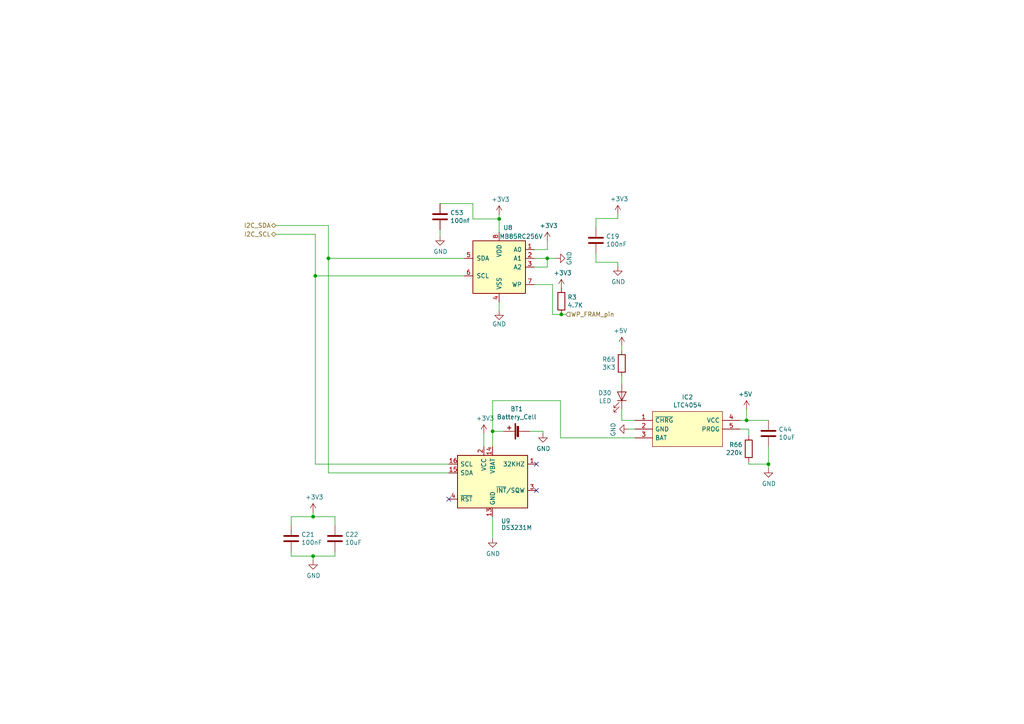
<source format=kicad_sch>
(kicad_sch
	(version 20231120)
	(generator "eeschema")
	(generator_version "8.0")
	(uuid "f115993d-a1ee-41d9-ad2e-7430b1816522")
	(paper "A4")
	(title_block
		(date "2021-04-05")
		(rev "2.3.3.3")
		(company "Evoke Motorcycles")
	)
	(lib_symbols
		(symbol "Device:C"
			(pin_numbers hide)
			(pin_names
				(offset 0.254)
			)
			(exclude_from_sim no)
			(in_bom yes)
			(on_board yes)
			(property "Reference" "C"
				(at 0.635 2.54 0)
				(effects
					(font
						(size 1.27 1.27)
					)
					(justify left)
				)
			)
			(property "Value" "C"
				(at 0.635 -2.54 0)
				(effects
					(font
						(size 1.27 1.27)
					)
					(justify left)
				)
			)
			(property "Footprint" ""
				(at 0.9652 -3.81 0)
				(effects
					(font
						(size 1.27 1.27)
					)
					(hide yes)
				)
			)
			(property "Datasheet" "~"
				(at 0 0 0)
				(effects
					(font
						(size 1.27 1.27)
					)
					(hide yes)
				)
			)
			(property "Description" "Unpolarized capacitor"
				(at 0 0 0)
				(effects
					(font
						(size 1.27 1.27)
					)
					(hide yes)
				)
			)
			(property "ki_keywords" "cap capacitor"
				(at 0 0 0)
				(effects
					(font
						(size 1.27 1.27)
					)
					(hide yes)
				)
			)
			(property "ki_fp_filters" "C_*"
				(at 0 0 0)
				(effects
					(font
						(size 1.27 1.27)
					)
					(hide yes)
				)
			)
			(symbol "C_0_1"
				(polyline
					(pts
						(xy -2.032 -0.762) (xy 2.032 -0.762)
					)
					(stroke
						(width 0.508)
						(type default)
					)
					(fill
						(type none)
					)
				)
				(polyline
					(pts
						(xy -2.032 0.762) (xy 2.032 0.762)
					)
					(stroke
						(width 0.508)
						(type default)
					)
					(fill
						(type none)
					)
				)
			)
			(symbol "C_1_1"
				(pin passive line
					(at 0 3.81 270)
					(length 2.794)
					(name "~"
						(effects
							(font
								(size 1.27 1.27)
							)
						)
					)
					(number "1"
						(effects
							(font
								(size 1.27 1.27)
							)
						)
					)
				)
				(pin passive line
					(at 0 -3.81 90)
					(length 2.794)
					(name "~"
						(effects
							(font
								(size 1.27 1.27)
							)
						)
					)
					(number "2"
						(effects
							(font
								(size 1.27 1.27)
							)
						)
					)
				)
			)
		)
		(symbol "ESP32-CAN-rescue:+3.3V-power"
			(power)
			(pin_names
				(offset 0)
			)
			(exclude_from_sim no)
			(in_bom yes)
			(on_board yes)
			(property "Reference" "#PWR"
				(at 0 -3.81 0)
				(effects
					(font
						(size 1.27 1.27)
					)
					(hide yes)
				)
			)
			(property "Value" "+3.3V-power"
				(at 0 3.556 0)
				(effects
					(font
						(size 1.27 1.27)
					)
				)
			)
			(property "Footprint" ""
				(at 0 0 0)
				(effects
					(font
						(size 1.27 1.27)
					)
					(hide yes)
				)
			)
			(property "Datasheet" ""
				(at 0 0 0)
				(effects
					(font
						(size 1.27 1.27)
					)
					(hide yes)
				)
			)
			(property "Description" ""
				(at 0 0 0)
				(effects
					(font
						(size 1.27 1.27)
					)
					(hide yes)
				)
			)
			(symbol "+3.3V-power_0_1"
				(polyline
					(pts
						(xy -0.762 1.27) (xy 0 2.54)
					)
					(stroke
						(width 0)
						(type solid)
					)
					(fill
						(type none)
					)
				)
				(polyline
					(pts
						(xy 0 0) (xy 0 2.54)
					)
					(stroke
						(width 0)
						(type solid)
					)
					(fill
						(type none)
					)
				)
				(polyline
					(pts
						(xy 0 2.54) (xy 0.762 1.27)
					)
					(stroke
						(width 0)
						(type solid)
					)
					(fill
						(type none)
					)
				)
			)
			(symbol "+3.3V-power_1_1"
				(pin power_in line
					(at 0 0 90)
					(length 0) hide
					(name "+3V3"
						(effects
							(font
								(size 1.27 1.27)
							)
						)
					)
					(number "1"
						(effects
							(font
								(size 1.27 1.27)
							)
						)
					)
				)
			)
		)
		(symbol "ESP32-CAN-rescue:+5V-power"
			(power)
			(pin_names
				(offset 0)
			)
			(exclude_from_sim no)
			(in_bom yes)
			(on_board yes)
			(property "Reference" "#PWR"
				(at 0 -3.81 0)
				(effects
					(font
						(size 1.27 1.27)
					)
					(hide yes)
				)
			)
			(property "Value" "+5V-power"
				(at 0 3.556 0)
				(effects
					(font
						(size 1.27 1.27)
					)
				)
			)
			(property "Footprint" ""
				(at 0 0 0)
				(effects
					(font
						(size 1.27 1.27)
					)
					(hide yes)
				)
			)
			(property "Datasheet" ""
				(at 0 0 0)
				(effects
					(font
						(size 1.27 1.27)
					)
					(hide yes)
				)
			)
			(property "Description" ""
				(at 0 0 0)
				(effects
					(font
						(size 1.27 1.27)
					)
					(hide yes)
				)
			)
			(symbol "+5V-power_0_1"
				(polyline
					(pts
						(xy -0.762 1.27) (xy 0 2.54)
					)
					(stroke
						(width 0)
						(type solid)
					)
					(fill
						(type none)
					)
				)
				(polyline
					(pts
						(xy 0 0) (xy 0 2.54)
					)
					(stroke
						(width 0)
						(type solid)
					)
					(fill
						(type none)
					)
				)
				(polyline
					(pts
						(xy 0 2.54) (xy 0.762 1.27)
					)
					(stroke
						(width 0)
						(type solid)
					)
					(fill
						(type none)
					)
				)
			)
			(symbol "+5V-power_1_1"
				(pin power_in line
					(at 0 0 90)
					(length 0) hide
					(name "+5V"
						(effects
							(font
								(size 1.27 1.27)
							)
						)
					)
					(number "1"
						(effects
							(font
								(size 1.27 1.27)
							)
						)
					)
				)
			)
		)
		(symbol "ESP32-CAN-rescue:Battery_Cell-Device"
			(pin_numbers hide)
			(pin_names
				(offset 0) hide)
			(exclude_from_sim no)
			(in_bom yes)
			(on_board yes)
			(property "Reference" "BT"
				(at 2.54 2.54 0)
				(effects
					(font
						(size 1.27 1.27)
					)
					(justify left)
				)
			)
			(property "Value" "Battery_Cell-Device"
				(at 2.54 0 0)
				(effects
					(font
						(size 1.27 1.27)
					)
					(justify left)
				)
			)
			(property "Footprint" ""
				(at 0 1.524 90)
				(effects
					(font
						(size 1.27 1.27)
					)
					(hide yes)
				)
			)
			(property "Datasheet" ""
				(at 0 1.524 90)
				(effects
					(font
						(size 1.27 1.27)
					)
					(hide yes)
				)
			)
			(property "Description" ""
				(at 0 0 0)
				(effects
					(font
						(size 1.27 1.27)
					)
					(hide yes)
				)
			)
			(symbol "Battery_Cell-Device_0_1"
				(rectangle
					(start -2.286 1.778)
					(end 2.286 1.524)
					(stroke
						(width 0)
						(type solid)
					)
					(fill
						(type outline)
					)
				)
				(rectangle
					(start -1.5748 1.1938)
					(end 1.4732 0.6858)
					(stroke
						(width 0)
						(type solid)
					)
					(fill
						(type outline)
					)
				)
				(polyline
					(pts
						(xy 0 0.762) (xy 0 0)
					)
					(stroke
						(width 0)
						(type solid)
					)
					(fill
						(type none)
					)
				)
				(polyline
					(pts
						(xy 0 1.778) (xy 0 2.54)
					)
					(stroke
						(width 0)
						(type solid)
					)
					(fill
						(type none)
					)
				)
				(polyline
					(pts
						(xy 0.508 3.429) (xy 1.524 3.429)
					)
					(stroke
						(width 0.254)
						(type solid)
					)
					(fill
						(type none)
					)
				)
				(polyline
					(pts
						(xy 1.016 3.937) (xy 1.016 2.921)
					)
					(stroke
						(width 0.254)
						(type solid)
					)
					(fill
						(type none)
					)
				)
			)
			(symbol "Battery_Cell-Device_1_1"
				(pin passive line
					(at 0 5.08 270)
					(length 2.54)
					(name "+"
						(effects
							(font
								(size 1.27 1.27)
							)
						)
					)
					(number "1"
						(effects
							(font
								(size 1.27 1.27)
							)
						)
					)
				)
				(pin passive line
					(at 0 -2.54 90)
					(length 2.54)
					(name "-"
						(effects
							(font
								(size 1.27 1.27)
							)
						)
					)
					(number "2"
						(effects
							(font
								(size 1.27 1.27)
							)
						)
					)
				)
			)
		)
		(symbol "ESP32-CAN-rescue:C-Device"
			(pin_numbers hide)
			(pin_names
				(offset 0.254)
			)
			(exclude_from_sim no)
			(in_bom yes)
			(on_board yes)
			(property "Reference" "C"
				(at 0.635 2.54 0)
				(effects
					(font
						(size 1.27 1.27)
					)
					(justify left)
				)
			)
			(property "Value" "C-Device"
				(at 0.635 -2.54 0)
				(effects
					(font
						(size 1.27 1.27)
					)
					(justify left)
				)
			)
			(property "Footprint" ""
				(at 0.9652 -3.81 0)
				(effects
					(font
						(size 1.27 1.27)
					)
					(hide yes)
				)
			)
			(property "Datasheet" ""
				(at 0 0 0)
				(effects
					(font
						(size 1.27 1.27)
					)
					(hide yes)
				)
			)
			(property "Description" ""
				(at 0 0 0)
				(effects
					(font
						(size 1.27 1.27)
					)
					(hide yes)
				)
			)
			(property "ki_fp_filters" "C_*"
				(at 0 0 0)
				(effects
					(font
						(size 1.27 1.27)
					)
					(hide yes)
				)
			)
			(symbol "C-Device_0_1"
				(polyline
					(pts
						(xy -2.032 -0.762) (xy 2.032 -0.762)
					)
					(stroke
						(width 0.508)
						(type solid)
					)
					(fill
						(type none)
					)
				)
				(polyline
					(pts
						(xy -2.032 0.762) (xy 2.032 0.762)
					)
					(stroke
						(width 0.508)
						(type solid)
					)
					(fill
						(type none)
					)
				)
			)
			(symbol "C-Device_1_1"
				(pin passive line
					(at 0 3.81 270)
					(length 2.794)
					(name "~"
						(effects
							(font
								(size 1.27 1.27)
							)
						)
					)
					(number "1"
						(effects
							(font
								(size 1.27 1.27)
							)
						)
					)
				)
				(pin passive line
					(at 0 -3.81 90)
					(length 2.794)
					(name "~"
						(effects
							(font
								(size 1.27 1.27)
							)
						)
					)
					(number "2"
						(effects
							(font
								(size 1.27 1.27)
							)
						)
					)
				)
			)
		)
		(symbol "ESP32-CAN-rescue:DS3231M-Timer_RTC"
			(pin_names
				(offset 0.762)
			)
			(exclude_from_sim no)
			(in_bom yes)
			(on_board yes)
			(property "Reference" "U"
				(at -7.62 8.89 0)
				(effects
					(font
						(size 1.27 1.27)
					)
					(justify right)
				)
			)
			(property "Value" "DS3231M-Timer_RTC"
				(at 10.16 8.89 0)
				(effects
					(font
						(size 1.27 1.27)
					)
					(justify right)
				)
			)
			(property "Footprint" "Package_SO:SOIC-16W_7.5x10.3mm_P1.27mm"
				(at 0 -15.24 0)
				(effects
					(font
						(size 1.27 1.27)
					)
					(hide yes)
				)
			)
			(property "Datasheet" ""
				(at 6.858 1.27 0)
				(effects
					(font
						(size 1.27 1.27)
					)
					(hide yes)
				)
			)
			(property "Description" ""
				(at 0 0 0)
				(effects
					(font
						(size 1.27 1.27)
					)
					(hide yes)
				)
			)
			(property "ki_fp_filters" "SOIC*7.5x10.3mm*P1.27mm*"
				(at 0 0 0)
				(effects
					(font
						(size 1.27 1.27)
					)
					(hide yes)
				)
			)
			(symbol "DS3231M-Timer_RTC_0_1"
				(rectangle
					(start -10.16 7.62)
					(end 10.16 -7.62)
					(stroke
						(width 0.254)
						(type solid)
					)
					(fill
						(type background)
					)
				)
			)
			(symbol "DS3231M-Timer_RTC_1_1"
				(pin open_collector line
					(at 12.7 5.08 180)
					(length 2.54)
					(name "32KHZ"
						(effects
							(font
								(size 1.27 1.27)
							)
						)
					)
					(number "1"
						(effects
							(font
								(size 1.27 1.27)
							)
						)
					)
				)
				(pin passive line
					(at 0 -10.16 90)
					(length 2.54) hide
					(name "GND"
						(effects
							(font
								(size 1.27 1.27)
							)
						)
					)
					(number "10"
						(effects
							(font
								(size 1.27 1.27)
							)
						)
					)
				)
				(pin passive line
					(at 0 -10.16 90)
					(length 2.54) hide
					(name "GND"
						(effects
							(font
								(size 1.27 1.27)
							)
						)
					)
					(number "11"
						(effects
							(font
								(size 1.27 1.27)
							)
						)
					)
				)
				(pin passive line
					(at 0 -10.16 90)
					(length 2.54) hide
					(name "GND"
						(effects
							(font
								(size 1.27 1.27)
							)
						)
					)
					(number "12"
						(effects
							(font
								(size 1.27 1.27)
							)
						)
					)
				)
				(pin power_in line
					(at 0 -10.16 90)
					(length 2.54)
					(name "GND"
						(effects
							(font
								(size 1.27 1.27)
							)
						)
					)
					(number "13"
						(effects
							(font
								(size 1.27 1.27)
							)
						)
					)
				)
				(pin power_in line
					(at 0 10.16 270)
					(length 2.54)
					(name "VBAT"
						(effects
							(font
								(size 1.27 1.27)
							)
						)
					)
					(number "14"
						(effects
							(font
								(size 1.27 1.27)
							)
						)
					)
				)
				(pin bidirectional line
					(at -12.7 2.54 0)
					(length 2.54)
					(name "SDA"
						(effects
							(font
								(size 1.27 1.27)
							)
						)
					)
					(number "15"
						(effects
							(font
								(size 1.27 1.27)
							)
						)
					)
				)
				(pin input line
					(at -12.7 5.08 0)
					(length 2.54)
					(name "SCL"
						(effects
							(font
								(size 1.27 1.27)
							)
						)
					)
					(number "16"
						(effects
							(font
								(size 1.27 1.27)
							)
						)
					)
				)
				(pin power_in line
					(at -2.54 10.16 270)
					(length 2.54)
					(name "VCC"
						(effects
							(font
								(size 1.27 1.27)
							)
						)
					)
					(number "2"
						(effects
							(font
								(size 1.27 1.27)
							)
						)
					)
				)
				(pin open_collector line
					(at 12.7 -2.54 180)
					(length 2.54)
					(name "~{INT}/SQW"
						(effects
							(font
								(size 1.27 1.27)
							)
						)
					)
					(number "3"
						(effects
							(font
								(size 1.27 1.27)
							)
						)
					)
				)
				(pin bidirectional line
					(at -12.7 -5.08 0)
					(length 2.54)
					(name "~{RST}"
						(effects
							(font
								(size 1.27 1.27)
							)
						)
					)
					(number "4"
						(effects
							(font
								(size 1.27 1.27)
							)
						)
					)
				)
				(pin passive line
					(at 0 -10.16 90)
					(length 2.54) hide
					(name "GND"
						(effects
							(font
								(size 1.27 1.27)
							)
						)
					)
					(number "5"
						(effects
							(font
								(size 1.27 1.27)
							)
						)
					)
				)
				(pin passive line
					(at 0 -10.16 90)
					(length 2.54) hide
					(name "GND"
						(effects
							(font
								(size 1.27 1.27)
							)
						)
					)
					(number "6"
						(effects
							(font
								(size 1.27 1.27)
							)
						)
					)
				)
				(pin passive line
					(at 0 -10.16 90)
					(length 2.54) hide
					(name "GND"
						(effects
							(font
								(size 1.27 1.27)
							)
						)
					)
					(number "7"
						(effects
							(font
								(size 1.27 1.27)
							)
						)
					)
				)
				(pin passive line
					(at 0 -10.16 90)
					(length 2.54) hide
					(name "GND"
						(effects
							(font
								(size 1.27 1.27)
							)
						)
					)
					(number "8"
						(effects
							(font
								(size 1.27 1.27)
							)
						)
					)
				)
				(pin passive line
					(at 0 -10.16 90)
					(length 2.54) hide
					(name "GND"
						(effects
							(font
								(size 1.27 1.27)
							)
						)
					)
					(number "9"
						(effects
							(font
								(size 1.27 1.27)
							)
						)
					)
				)
			)
		)
		(symbol "ESP32-CAN-rescue:FM24C64B-Memory_NVRAM"
			(pin_names
				(offset 1.016)
			)
			(exclude_from_sim no)
			(in_bom yes)
			(on_board yes)
			(property "Reference" "U"
				(at -5.08 8.89 0)
				(effects
					(font
						(size 1.27 1.27)
					)
				)
			)
			(property "Value" "FM24C64B-Memory_NVRAM"
				(at 6.35 -8.89 0)
				(effects
					(font
						(size 1.27 1.27)
					)
				)
			)
			(property "Footprint" "Package_SO:SOIC-8_3.9x4.9mm_P1.27mm"
				(at 0 0 0)
				(effects
					(font
						(size 1.27 1.27)
					)
					(hide yes)
				)
			)
			(property "Datasheet" ""
				(at -5.08 8.89 0)
				(effects
					(font
						(size 1.27 1.27)
					)
					(hide yes)
				)
			)
			(property "Description" ""
				(at 0 0 0)
				(effects
					(font
						(size 1.27 1.27)
					)
					(hide yes)
				)
			)
			(property "ki_fp_filters" "SOIC*3.9x4.9mm*P1.27mm*"
				(at 0 0 0)
				(effects
					(font
						(size 1.27 1.27)
					)
					(hide yes)
				)
			)
			(symbol "FM24C64B-Memory_NVRAM_0_1"
				(rectangle
					(start -7.62 7.62)
					(end 7.62 -7.62)
					(stroke
						(width 0.254)
						(type solid)
					)
					(fill
						(type background)
					)
				)
			)
			(symbol "FM24C64B-Memory_NVRAM_1_1"
				(pin input line
					(at -10.16 5.08 0)
					(length 2.54)
					(name "A0"
						(effects
							(font
								(size 1.27 1.27)
							)
						)
					)
					(number "1"
						(effects
							(font
								(size 1.27 1.27)
							)
						)
					)
				)
				(pin input line
					(at -10.16 2.54 0)
					(length 2.54)
					(name "A1"
						(effects
							(font
								(size 1.27 1.27)
							)
						)
					)
					(number "2"
						(effects
							(font
								(size 1.27 1.27)
							)
						)
					)
				)
				(pin input line
					(at -10.16 0 0)
					(length 2.54)
					(name "A2"
						(effects
							(font
								(size 1.27 1.27)
							)
						)
					)
					(number "3"
						(effects
							(font
								(size 1.27 1.27)
							)
						)
					)
				)
				(pin power_in line
					(at 0 -10.16 90)
					(length 2.54)
					(name "VSS"
						(effects
							(font
								(size 1.27 1.27)
							)
						)
					)
					(number "4"
						(effects
							(font
								(size 1.27 1.27)
							)
						)
					)
				)
				(pin bidirectional line
					(at 10.16 2.54 180)
					(length 2.54)
					(name "SDA"
						(effects
							(font
								(size 1.27 1.27)
							)
						)
					)
					(number "5"
						(effects
							(font
								(size 1.27 1.27)
							)
						)
					)
				)
				(pin input line
					(at 10.16 -2.54 180)
					(length 2.54)
					(name "SCL"
						(effects
							(font
								(size 1.27 1.27)
							)
						)
					)
					(number "6"
						(effects
							(font
								(size 1.27 1.27)
							)
						)
					)
				)
				(pin input line
					(at -10.16 -5.08 0)
					(length 2.54)
					(name "WP"
						(effects
							(font
								(size 1.27 1.27)
							)
						)
					)
					(number "7"
						(effects
							(font
								(size 1.27 1.27)
							)
						)
					)
				)
				(pin power_in line
					(at 0 10.16 270)
					(length 2.54)
					(name "VDD"
						(effects
							(font
								(size 1.27 1.27)
							)
						)
					)
					(number "8"
						(effects
							(font
								(size 1.27 1.27)
							)
						)
					)
				)
			)
		)
		(symbol "ESP32-CAN-rescue:GND-power"
			(power)
			(pin_names
				(offset 0)
			)
			(exclude_from_sim no)
			(in_bom yes)
			(on_board yes)
			(property "Reference" "#PWR"
				(at 0 -6.35 0)
				(effects
					(font
						(size 1.27 1.27)
					)
					(hide yes)
				)
			)
			(property "Value" "GND-power"
				(at 0 -3.81 0)
				(effects
					(font
						(size 1.27 1.27)
					)
				)
			)
			(property "Footprint" ""
				(at 0 0 0)
				(effects
					(font
						(size 1.27 1.27)
					)
					(hide yes)
				)
			)
			(property "Datasheet" ""
				(at 0 0 0)
				(effects
					(font
						(size 1.27 1.27)
					)
					(hide yes)
				)
			)
			(property "Description" ""
				(at 0 0 0)
				(effects
					(font
						(size 1.27 1.27)
					)
					(hide yes)
				)
			)
			(symbol "GND-power_0_1"
				(polyline
					(pts
						(xy 0 0) (xy 0 -1.27) (xy 1.27 -1.27) (xy 0 -2.54) (xy -1.27 -1.27) (xy 0 -1.27)
					)
					(stroke
						(width 0)
						(type solid)
					)
					(fill
						(type none)
					)
				)
			)
			(symbol "GND-power_1_1"
				(pin power_in line
					(at 0 0 270)
					(length 0) hide
					(name "GND"
						(effects
							(font
								(size 1.27 1.27)
							)
						)
					)
					(number "1"
						(effects
							(font
								(size 1.27 1.27)
							)
						)
					)
				)
			)
		)
		(symbol "ESP32-CAN-rescue:LED-Device"
			(pin_numbers hide)
			(pin_names
				(offset 1.016) hide)
			(exclude_from_sim no)
			(in_bom yes)
			(on_board yes)
			(property "Reference" "D"
				(at 0 2.54 0)
				(effects
					(font
						(size 1.27 1.27)
					)
				)
			)
			(property "Value" "LED-Device"
				(at 0 -2.54 0)
				(effects
					(font
						(size 1.27 1.27)
					)
				)
			)
			(property "Footprint" ""
				(at 0 0 0)
				(effects
					(font
						(size 1.27 1.27)
					)
					(hide yes)
				)
			)
			(property "Datasheet" ""
				(at 0 0 0)
				(effects
					(font
						(size 1.27 1.27)
					)
					(hide yes)
				)
			)
			(property "Description" ""
				(at 0 0 0)
				(effects
					(font
						(size 1.27 1.27)
					)
					(hide yes)
				)
			)
			(property "ki_fp_filters" "LED* LED_SMD:* LED_THT:*"
				(at 0 0 0)
				(effects
					(font
						(size 1.27 1.27)
					)
					(hide yes)
				)
			)
			(symbol "LED-Device_0_1"
				(polyline
					(pts
						(xy -1.27 -1.27) (xy -1.27 1.27)
					)
					(stroke
						(width 0.2032)
						(type solid)
					)
					(fill
						(type none)
					)
				)
				(polyline
					(pts
						(xy -1.27 0) (xy 1.27 0)
					)
					(stroke
						(width 0)
						(type solid)
					)
					(fill
						(type none)
					)
				)
				(polyline
					(pts
						(xy 1.27 -1.27) (xy 1.27 1.27) (xy -1.27 0) (xy 1.27 -1.27)
					)
					(stroke
						(width 0.2032)
						(type solid)
					)
					(fill
						(type none)
					)
				)
				(polyline
					(pts
						(xy -3.048 -0.762) (xy -4.572 -2.286) (xy -3.81 -2.286) (xy -4.572 -2.286) (xy -4.572 -1.524)
					)
					(stroke
						(width 0)
						(type solid)
					)
					(fill
						(type none)
					)
				)
				(polyline
					(pts
						(xy -1.778 -0.762) (xy -3.302 -2.286) (xy -2.54 -2.286) (xy -3.302 -2.286) (xy -3.302 -1.524)
					)
					(stroke
						(width 0)
						(type solid)
					)
					(fill
						(type none)
					)
				)
			)
			(symbol "LED-Device_1_1"
				(pin passive line
					(at -3.81 0 0)
					(length 2.54)
					(name "K"
						(effects
							(font
								(size 1.27 1.27)
							)
						)
					)
					(number "1"
						(effects
							(font
								(size 1.27 1.27)
							)
						)
					)
				)
				(pin passive line
					(at 3.81 0 180)
					(length 2.54)
					(name "A"
						(effects
							(font
								(size 1.27 1.27)
							)
						)
					)
					(number "2"
						(effects
							(font
								(size 1.27 1.27)
							)
						)
					)
				)
			)
		)
		(symbol "ESP32-CAN-rescue:R-Device"
			(pin_numbers hide)
			(pin_names
				(offset 0)
			)
			(exclude_from_sim no)
			(in_bom yes)
			(on_board yes)
			(property "Reference" "R"
				(at 2.032 0 90)
				(effects
					(font
						(size 1.27 1.27)
					)
				)
			)
			(property "Value" "R-Device"
				(at 0 0 90)
				(effects
					(font
						(size 1.27 1.27)
					)
				)
			)
			(property "Footprint" ""
				(at -1.778 0 90)
				(effects
					(font
						(size 1.27 1.27)
					)
					(hide yes)
				)
			)
			(property "Datasheet" ""
				(at 0 0 0)
				(effects
					(font
						(size 1.27 1.27)
					)
					(hide yes)
				)
			)
			(property "Description" ""
				(at 0 0 0)
				(effects
					(font
						(size 1.27 1.27)
					)
					(hide yes)
				)
			)
			(property "ki_fp_filters" "R_*"
				(at 0 0 0)
				(effects
					(font
						(size 1.27 1.27)
					)
					(hide yes)
				)
			)
			(symbol "R-Device_0_1"
				(rectangle
					(start -1.016 -2.54)
					(end 1.016 2.54)
					(stroke
						(width 0.254)
						(type solid)
					)
					(fill
						(type none)
					)
				)
			)
			(symbol "R-Device_1_1"
				(pin passive line
					(at 0 3.81 270)
					(length 1.27)
					(name "~"
						(effects
							(font
								(size 1.27 1.27)
							)
						)
					)
					(number "1"
						(effects
							(font
								(size 1.27 1.27)
							)
						)
					)
				)
				(pin passive line
					(at 0 -3.81 90)
					(length 1.27)
					(name "~"
						(effects
							(font
								(size 1.27 1.27)
							)
						)
					)
					(number "2"
						(effects
							(font
								(size 1.27 1.27)
							)
						)
					)
				)
			)
		)
		(symbol "TP4054-42-SOT25-R:TP4054-42-SOT25-R"
			(pin_names
				(offset 0.762)
			)
			(exclude_from_sim no)
			(in_bom yes)
			(on_board yes)
			(property "Reference" "IC"
				(at 26.67 7.62 0)
				(effects
					(font
						(size 1.27 1.27)
					)
					(justify left)
				)
			)
			(property "Value" "TP4054-42-SOT25-R"
				(at 26.67 5.08 0)
				(effects
					(font
						(size 1.27 1.27)
					)
					(justify left)
				)
			)
			(property "Footprint" "SOT95P280X100-5N"
				(at 26.67 2.54 0)
				(effects
					(font
						(size 1.27 1.27)
					)
					(justify left)
					(hide yes)
				)
			)
			(property "Datasheet" "http://images.100y.com.tw/pdf_file/38-TP-TP4054x.pdf"
				(at 26.67 0 0)
				(effects
					(font
						(size 1.27 1.27)
					)
					(justify left)
					(hide yes)
				)
			)
			(property "Description" "Standalone Linear Li-ion Battery Charger with Thermal Regulation, SOT-23-5"
				(at 26.67 -2.54 0)
				(effects
					(font
						(size 1.27 1.27)
					)
					(justify left)
					(hide yes)
				)
			)
			(property "Height" "1"
				(at 26.67 -5.08 0)
				(effects
					(font
						(size 1.27 1.27)
					)
					(justify left)
					(hide yes)
				)
			)
			(property "Manufacturer_Name" "TOP POWER"
				(at 26.67 -7.62 0)
				(effects
					(font
						(size 1.27 1.27)
					)
					(justify left)
					(hide yes)
				)
			)
			(property "Manufacturer_Part_Number" "TP4054-42-SOT25-R"
				(at 26.67 -10.16 0)
				(effects
					(font
						(size 1.27 1.27)
					)
					(justify left)
					(hide yes)
				)
			)
			(symbol "TP4054-42-SOT25-R_0_0"
				(pin passive line
					(at 0 0 0)
					(length 5.08)
					(name "~{CHRG}"
						(effects
							(font
								(size 1.27 1.27)
							)
						)
					)
					(number "1"
						(effects
							(font
								(size 1.27 1.27)
							)
						)
					)
				)
				(pin passive line
					(at 0 -2.54 0)
					(length 5.08)
					(name "GND"
						(effects
							(font
								(size 1.27 1.27)
							)
						)
					)
					(number "2"
						(effects
							(font
								(size 1.27 1.27)
							)
						)
					)
				)
				(pin passive line
					(at 0 -5.08 0)
					(length 5.08)
					(name "BAT"
						(effects
							(font
								(size 1.27 1.27)
							)
						)
					)
					(number "3"
						(effects
							(font
								(size 1.27 1.27)
							)
						)
					)
				)
				(pin passive line
					(at 30.48 0 180)
					(length 5.08)
					(name "VCC"
						(effects
							(font
								(size 1.27 1.27)
							)
						)
					)
					(number "4"
						(effects
							(font
								(size 1.27 1.27)
							)
						)
					)
				)
				(pin passive line
					(at 30.48 -2.54 180)
					(length 5.08)
					(name "PROG"
						(effects
							(font
								(size 1.27 1.27)
							)
						)
					)
					(number "5"
						(effects
							(font
								(size 1.27 1.27)
							)
						)
					)
				)
			)
			(symbol "TP4054-42-SOT25-R_0_1"
				(polyline
					(pts
						(xy 5.08 2.54) (xy 25.4 2.54) (xy 25.4 -7.62) (xy 5.08 -7.62) (xy 5.08 2.54)
					)
					(stroke
						(width 0.1524)
						(type solid)
					)
					(fill
						(type background)
					)
				)
			)
		)
		(symbol "power:GND"
			(power)
			(pin_names
				(offset 0)
			)
			(exclude_from_sim no)
			(in_bom yes)
			(on_board yes)
			(property "Reference" "#PWR"
				(at 0 -6.35 0)
				(effects
					(font
						(size 1.27 1.27)
					)
					(hide yes)
				)
			)
			(property "Value" "GND"
				(at 0 -3.81 0)
				(effects
					(font
						(size 1.27 1.27)
					)
				)
			)
			(property "Footprint" ""
				(at 0 0 0)
				(effects
					(font
						(size 1.27 1.27)
					)
					(hide yes)
				)
			)
			(property "Datasheet" ""
				(at 0 0 0)
				(effects
					(font
						(size 1.27 1.27)
					)
					(hide yes)
				)
			)
			(property "Description" "Power symbol creates a global label with name \"GND\" , ground"
				(at 0 0 0)
				(effects
					(font
						(size 1.27 1.27)
					)
					(hide yes)
				)
			)
			(property "ki_keywords" "global power"
				(at 0 0 0)
				(effects
					(font
						(size 1.27 1.27)
					)
					(hide yes)
				)
			)
			(symbol "GND_0_1"
				(polyline
					(pts
						(xy 0 0) (xy 0 -1.27) (xy 1.27 -1.27) (xy 0 -2.54) (xy -1.27 -1.27) (xy 0 -1.27)
					)
					(stroke
						(width 0)
						(type default)
					)
					(fill
						(type none)
					)
				)
			)
			(symbol "GND_1_1"
				(pin power_in line
					(at 0 0 270)
					(length 0) hide
					(name "GND"
						(effects
							(font
								(size 1.27 1.27)
							)
						)
					)
					(number "1"
						(effects
							(font
								(size 1.27 1.27)
							)
						)
					)
				)
			)
		)
	)
	(junction
		(at 95.25 74.93)
		(diameter 0)
		(color 0 0 0 0)
		(uuid "1f45d3ca-eb3a-4b64-9867-0a73e18a95ed")
	)
	(junction
		(at 144.78 63.5)
		(diameter 0)
		(color 0 0 0 0)
		(uuid "3af29cc8-dba7-4f32-bc7c-b42e162fb971")
	)
	(junction
		(at 90.805 149.86)
		(diameter 0)
		(color 0 0 0 0)
		(uuid "423088ad-a800-499b-b5a8-594f331c90e2")
	)
	(junction
		(at 158.75 74.93)
		(diameter 0)
		(color 0 0 0 0)
		(uuid "824874de-1c14-4a44-bd17-878e3e7e8b0a")
	)
	(junction
		(at 142.875 125.095)
		(diameter 0)
		(color 0 0 0 0)
		(uuid "949c6fbe-3cb1-4625-a2fb-2768d3d49d88")
	)
	(junction
		(at 222.885 134.62)
		(diameter 0)
		(color 0 0 0 0)
		(uuid "cb1721b5-1d54-49f3-8ad6-93542701988b")
	)
	(junction
		(at 90.805 161.29)
		(diameter 0)
		(color 0 0 0 0)
		(uuid "cc52259a-32b6-4083-ba0a-c2ccd8d5d145")
	)
	(junction
		(at 216.535 121.92)
		(diameter 0)
		(color 0 0 0 0)
		(uuid "e2fc4063-7e43-41db-9e08-4a76030dd786")
	)
	(junction
		(at 91.44 80.01)
		(diameter 0)
		(color 0 0 0 0)
		(uuid "e428b0c0-7a75-4ff3-949c-01fdd194751b")
	)
	(junction
		(at 162.814 91.186)
		(diameter 0)
		(color 0 0 0 0)
		(uuid "e597b71c-9a69-4605-a646-1cc074265e6c")
	)
	(no_connect
		(at 130.175 144.78)
		(uuid "719f880e-1931-49c4-a346-00120829683f")
	)
	(no_connect
		(at 155.575 134.62)
		(uuid "8a994d5c-717b-4208-96af-f45d522f8ba8")
	)
	(no_connect
		(at 155.575 142.24)
		(uuid "af13fd51-f450-4324-ad2f-02e723994b09")
	)
	(wire
		(pts
			(xy 80.01 67.945) (xy 91.44 67.945)
		)
		(stroke
			(width 0)
			(type default)
		)
		(uuid "0247f9d6-c9d4-4cc3-8734-306d18dfb060")
	)
	(wire
		(pts
			(xy 142.875 125.095) (xy 142.875 116.205)
		)
		(stroke
			(width 0)
			(type default)
		)
		(uuid "049517f3-b0ee-484e-8d77-df2eb501a54f")
	)
	(wire
		(pts
			(xy 142.875 156.21) (xy 142.875 149.86)
		)
		(stroke
			(width 0)
			(type default)
		)
		(uuid "06ef7154-e2c6-4666-b839-f6a288bafda1")
	)
	(wire
		(pts
			(xy 153.67 125.095) (xy 157.48 125.095)
		)
		(stroke
			(width 0)
			(type default)
		)
		(uuid "0ecc946e-31fa-4298-831a-0a7a3ef5ee50")
	)
	(wire
		(pts
			(xy 216.535 121.92) (xy 214.63 121.92)
		)
		(stroke
			(width 0)
			(type default)
		)
		(uuid "15cd2fc8-7d0c-41f6-919c-61fa6b54ad62")
	)
	(wire
		(pts
			(xy 95.25 74.93) (xy 95.25 137.16)
		)
		(stroke
			(width 0)
			(type default)
		)
		(uuid "16e60c6c-b76a-4115-83a0-6dfc6548140f")
	)
	(wire
		(pts
			(xy 222.885 134.62) (xy 222.885 129.54)
		)
		(stroke
			(width 0)
			(type default)
		)
		(uuid "18785e8d-f674-472b-acea-bea24e7f6045")
	)
	(wire
		(pts
			(xy 144.78 63.5) (xy 137.16 63.5)
		)
		(stroke
			(width 0)
			(type default)
		)
		(uuid "1c0b766b-b753-4ba7-bfde-81931bf7debe")
	)
	(wire
		(pts
			(xy 154.94 74.93) (xy 158.75 74.93)
		)
		(stroke
			(width 0)
			(type default)
		)
		(uuid "1f665529-9b9c-4118-97d0-3b1fbc3cd4a9")
	)
	(wire
		(pts
			(xy 91.44 134.62) (xy 130.175 134.62)
		)
		(stroke
			(width 0)
			(type default)
		)
		(uuid "21fe402c-420f-4893-b34a-b2bbbb4f4c4b")
	)
	(wire
		(pts
			(xy 180.34 100.33) (xy 180.34 101.6)
		)
		(stroke
			(width 0)
			(type default)
		)
		(uuid "247ca0b9-8d59-497e-828d-0b007ca11ce7")
	)
	(wire
		(pts
			(xy 217.17 126.365) (xy 217.17 124.46)
		)
		(stroke
			(width 0)
			(type default)
		)
		(uuid "27404378-c935-4116-9930-9e40a98b85c8")
	)
	(wire
		(pts
			(xy 217.17 124.46) (xy 214.63 124.46)
		)
		(stroke
			(width 0)
			(type default)
		)
		(uuid "299ad5c3-534a-4624-80fb-0648966a661d")
	)
	(wire
		(pts
			(xy 97.155 160.02) (xy 97.155 161.29)
		)
		(stroke
			(width 0)
			(type default)
		)
		(uuid "2be1812d-a3bb-4b19-88a8-63f09786a2ba")
	)
	(wire
		(pts
			(xy 160.274 82.55) (xy 160.274 91.186)
		)
		(stroke
			(width 0)
			(type default)
		)
		(uuid "30e03a86-cf35-45ca-b09b-ed0339227369")
	)
	(wire
		(pts
			(xy 95.25 65.405) (xy 80.01 65.405)
		)
		(stroke
			(width 0)
			(type default)
		)
		(uuid "325492a6-d9aa-4a23-9a2a-df1f111d9644")
	)
	(wire
		(pts
			(xy 84.455 152.4) (xy 84.455 149.86)
		)
		(stroke
			(width 0)
			(type default)
		)
		(uuid "32f1942a-ee7e-47dd-8273-06bf919fb988")
	)
	(wire
		(pts
			(xy 222.885 135.89) (xy 222.885 134.62)
		)
		(stroke
			(width 0)
			(type default)
		)
		(uuid "3a661ef5-5770-4c22-9404-2ad82ac636c2")
	)
	(wire
		(pts
			(xy 146.05 125.095) (xy 142.875 125.095)
		)
		(stroke
			(width 0)
			(type default)
		)
		(uuid "3e0cedef-d875-47c1-a93e-2a38fe797cc4")
	)
	(wire
		(pts
			(xy 162.814 91.186) (xy 164.084 91.186)
		)
		(stroke
			(width 0)
			(type default)
		)
		(uuid "417e9991-04a7-42a5-87d8-a3ff8cbc454e")
	)
	(wire
		(pts
			(xy 161.29 74.93) (xy 158.75 74.93)
		)
		(stroke
			(width 0)
			(type default)
		)
		(uuid "48141e8a-1705-4328-8bb9-2db5dfa44bdb")
	)
	(wire
		(pts
			(xy 142.875 116.205) (xy 162.56 116.205)
		)
		(stroke
			(width 0)
			(type default)
		)
		(uuid "49145717-f381-4fb1-a7db-31943aa4564d")
	)
	(wire
		(pts
			(xy 180.34 118.745) (xy 180.34 121.92)
		)
		(stroke
			(width 0)
			(type default)
		)
		(uuid "4eeb30ab-51c0-43cc-b720-91feaaab1c21")
	)
	(wire
		(pts
			(xy 217.17 134.62) (xy 217.17 133.985)
		)
		(stroke
			(width 0)
			(type default)
		)
		(uuid "53d694a9-bfc7-4d0b-8ca4-2563bf78ee06")
	)
	(wire
		(pts
			(xy 127.635 66.675) (xy 127.635 68.58)
		)
		(stroke
			(width 0)
			(type default)
		)
		(uuid "5a9bbfd0-5e4a-41dd-ba14-67d7c058bc86")
	)
	(wire
		(pts
			(xy 179.197 62.103) (xy 179.197 63.373)
		)
		(stroke
			(width 0)
			(type default)
		)
		(uuid "5f0793bd-5b99-4fe4-917b-e11725a6f686")
	)
	(wire
		(pts
			(xy 90.805 161.29) (xy 84.455 161.29)
		)
		(stroke
			(width 0)
			(type default)
		)
		(uuid "60ba58ad-2cee-47fa-bfc4-1421ddf847ed")
	)
	(wire
		(pts
			(xy 179.197 76.073) (xy 172.847 76.073)
		)
		(stroke
			(width 0)
			(type default)
		)
		(uuid "618aac6b-263c-4cfe-ba82-7556a8343cac")
	)
	(wire
		(pts
			(xy 180.34 109.22) (xy 180.34 111.125)
		)
		(stroke
			(width 0)
			(type default)
		)
		(uuid "6fd3ad66-364b-4d30-b6f3-5b2af525028e")
	)
	(wire
		(pts
			(xy 179.197 77.343) (xy 179.197 76.073)
		)
		(stroke
			(width 0)
			(type default)
		)
		(uuid "71243b87-9b86-41f5-9ed7-a4e9195d153e")
	)
	(wire
		(pts
			(xy 90.805 148.59) (xy 90.805 149.86)
		)
		(stroke
			(width 0)
			(type default)
		)
		(uuid "75c19e81-61f9-4707-822d-57625a4a49c3")
	)
	(wire
		(pts
			(xy 90.805 162.56) (xy 90.805 161.29)
		)
		(stroke
			(width 0)
			(type default)
		)
		(uuid "7c4a4d3d-b60d-420b-a2f3-6f3ce261c0a1")
	)
	(wire
		(pts
			(xy 84.455 161.29) (xy 84.455 160.02)
		)
		(stroke
			(width 0)
			(type default)
		)
		(uuid "8319d6cc-1a92-4aa9-becf-78988baa038b")
	)
	(wire
		(pts
			(xy 144.78 90.17) (xy 144.78 87.63)
		)
		(stroke
			(width 0)
			(type default)
		)
		(uuid "83aeb68e-6ea6-4a79-811a-055a8e4bf324")
	)
	(wire
		(pts
			(xy 91.44 134.62) (xy 91.44 80.01)
		)
		(stroke
			(width 0)
			(type default)
		)
		(uuid "84c3a043-6aea-442d-a33a-8758a5fd12d0")
	)
	(wire
		(pts
			(xy 216.535 118.745) (xy 216.535 121.92)
		)
		(stroke
			(width 0)
			(type default)
		)
		(uuid "85aa8669-4e0d-44fa-9883-22fd071eeae4")
	)
	(wire
		(pts
			(xy 137.16 59.055) (xy 127.635 59.055)
		)
		(stroke
			(width 0)
			(type default)
		)
		(uuid "87800880-4f94-4a65-85eb-2387946f546e")
	)
	(wire
		(pts
			(xy 90.805 149.86) (xy 97.155 149.86)
		)
		(stroke
			(width 0)
			(type default)
		)
		(uuid "8b1ac9da-44d1-47fd-a480-3165afe567e6")
	)
	(wire
		(pts
			(xy 158.75 74.93) (xy 158.75 77.47)
		)
		(stroke
			(width 0)
			(type default)
		)
		(uuid "8d0ce914-9a27-443b-abb5-6697105ada7c")
	)
	(wire
		(pts
			(xy 95.25 137.16) (xy 130.175 137.16)
		)
		(stroke
			(width 0)
			(type default)
		)
		(uuid "95026651-aa9d-4e9b-b62d-ba7108236b95")
	)
	(wire
		(pts
			(xy 158.75 77.47) (xy 154.94 77.47)
		)
		(stroke
			(width 0)
			(type default)
		)
		(uuid "982535e3-759a-4955-a038-8f1dc8fbd605")
	)
	(wire
		(pts
			(xy 91.44 80.01) (xy 134.62 80.01)
		)
		(stroke
			(width 0)
			(type default)
		)
		(uuid "9dcfb5e2-338b-4378-8994-b1fda83470f9")
	)
	(wire
		(pts
			(xy 160.274 91.186) (xy 162.814 91.186)
		)
		(stroke
			(width 0)
			(type default)
		)
		(uuid "9fd4a75b-6df8-40b9-9357-73a97fb140e9")
	)
	(wire
		(pts
			(xy 137.16 63.5) (xy 137.16 59.055)
		)
		(stroke
			(width 0)
			(type default)
		)
		(uuid "a471ac8b-6e89-4f10-b8ed-25624e910c06")
	)
	(wire
		(pts
			(xy 162.56 116.205) (xy 162.56 127)
		)
		(stroke
			(width 0)
			(type default)
		)
		(uuid "a5062a2f-d34e-4d95-8f85-da276f934ad8")
	)
	(wire
		(pts
			(xy 172.847 63.373) (xy 179.197 63.373)
		)
		(stroke
			(width 0)
			(type default)
		)
		(uuid "a5539fac-133b-4133-bcba-2a4bd2ce2830")
	)
	(wire
		(pts
			(xy 144.78 63.5) (xy 144.78 67.31)
		)
		(stroke
			(width 0)
			(type default)
		)
		(uuid "a793a97d-4246-4d99-9840-e7d680599df5")
	)
	(wire
		(pts
			(xy 140.335 125.73) (xy 140.335 129.54)
		)
		(stroke
			(width 0)
			(type default)
		)
		(uuid "abe82b9d-bc70-4ce4-bcaf-3bf0f20872a1")
	)
	(wire
		(pts
			(xy 91.44 67.945) (xy 91.44 80.01)
		)
		(stroke
			(width 0)
			(type default)
		)
		(uuid "ae1f391d-61ac-4e60-b24b-8c5a8070c52d")
	)
	(wire
		(pts
			(xy 134.62 74.93) (xy 95.25 74.93)
		)
		(stroke
			(width 0)
			(type default)
		)
		(uuid "b47e5297-ff26-4ee3-b0c7-1b8bbff860d9")
	)
	(wire
		(pts
			(xy 97.155 161.29) (xy 90.805 161.29)
		)
		(stroke
			(width 0)
			(type default)
		)
		(uuid "bf6c83b6-b571-40d1-b43d-059cbd42d096")
	)
	(wire
		(pts
			(xy 184.15 121.92) (xy 180.34 121.92)
		)
		(stroke
			(width 0)
			(type default)
		)
		(uuid "c20fb4d6-42f4-4e8f-b003-a7fad5c4f1c3")
	)
	(wire
		(pts
			(xy 142.875 129.54) (xy 142.875 125.095)
		)
		(stroke
			(width 0)
			(type default)
		)
		(uuid "c26b184f-c79e-4401-859e-bb6b5240acae")
	)
	(wire
		(pts
			(xy 95.25 65.405) (xy 95.25 74.93)
		)
		(stroke
			(width 0)
			(type default)
		)
		(uuid "c36586ea-49cd-4170-a562-1bde5545719a")
	)
	(wire
		(pts
			(xy 222.885 134.62) (xy 217.17 134.62)
		)
		(stroke
			(width 0)
			(type default)
		)
		(uuid "ca0c09b7-ac7f-48d6-9e0a-b0b6eeaabcee")
	)
	(wire
		(pts
			(xy 157.48 125.095) (xy 157.48 125.73)
		)
		(stroke
			(width 0)
			(type default)
		)
		(uuid "cc0b3d88-a4e5-4787-a57f-3e841f387112")
	)
	(wire
		(pts
			(xy 172.847 65.913) (xy 172.847 63.373)
		)
		(stroke
			(width 0)
			(type default)
		)
		(uuid "cd751af5-ee35-4285-855a-20fedb24aeb4")
	)
	(wire
		(pts
			(xy 172.847 76.073) (xy 172.847 73.533)
		)
		(stroke
			(width 0)
			(type default)
		)
		(uuid "d0f77a79-ef34-4b1d-b880-75c191342ac8")
	)
	(wire
		(pts
			(xy 154.94 72.39) (xy 158.75 72.39)
		)
		(stroke
			(width 0)
			(type default)
		)
		(uuid "d82a4fb6-daa5-4d46-947c-035bf8eb7162")
	)
	(wire
		(pts
			(xy 97.155 149.86) (xy 97.155 152.4)
		)
		(stroke
			(width 0)
			(type default)
		)
		(uuid "dd306c4f-1d2f-487d-afc7-3cb585b6387a")
	)
	(wire
		(pts
			(xy 158.75 69.85) (xy 158.75 72.39)
		)
		(stroke
			(width 0)
			(type default)
		)
		(uuid "e24b1aee-c63f-4060-ab0c-657f0df990ce")
	)
	(wire
		(pts
			(xy 182.245 124.46) (xy 184.15 124.46)
		)
		(stroke
			(width 0)
			(type default)
		)
		(uuid "ea129a14-83ca-4cc8-afce-8bc273c6cc84")
	)
	(wire
		(pts
			(xy 144.78 62.23) (xy 144.78 63.5)
		)
		(stroke
			(width 0)
			(type default)
		)
		(uuid "ecdd0ddd-f55c-47e2-ac97-957809247fff")
	)
	(wire
		(pts
			(xy 222.885 121.92) (xy 216.535 121.92)
		)
		(stroke
			(width 0)
			(type default)
		)
		(uuid "f0271a4d-4664-4c67-a570-ad03f249c5ff")
	)
	(wire
		(pts
			(xy 154.94 82.55) (xy 160.274 82.55)
		)
		(stroke
			(width 0)
			(type default)
		)
		(uuid "f1a8b860-e6e1-4ce7-b43a-ca79901fd9e4")
	)
	(wire
		(pts
			(xy 184.15 127) (xy 162.56 127)
		)
		(stroke
			(width 0)
			(type default)
		)
		(uuid "f5f2cda8-206f-47d9-9c23-29a4f1265329")
	)
	(wire
		(pts
			(xy 84.455 149.86) (xy 90.805 149.86)
		)
		(stroke
			(width 0)
			(type default)
		)
		(uuid "fe9ba05b-cf88-4cdf-96bf-680913d023e2")
	)
	(hierarchical_label "WP_FRAM_pin"
		(shape input)
		(at 164.084 91.186 0)
		(fields_autoplaced yes)
		(effects
			(font
				(size 1.27 1.27)
			)
			(justify left)
		)
		(uuid "1ead4e42-3903-4a23-b732-f83bb248ea60")
	)
	(hierarchical_label "I2C_SDA"
		(shape bidirectional)
		(at 80.01 65.405 180)
		(fields_autoplaced yes)
		(effects
			(font
				(size 1.27 1.27)
			)
			(justify right)
		)
		(uuid "cfbea301-0e17-4716-8a39-b5715644e00d")
	)
	(hierarchical_label "I2C_SCL"
		(shape bidirectional)
		(at 80.01 67.945 180)
		(fields_autoplaced yes)
		(effects
			(font
				(size 1.27 1.27)
			)
			(justify right)
		)
		(uuid "d8e86896-b9b7-4cb7-a845-c22e9802412a")
	)
	(symbol
		(lib_id "TP4054-42-SOT25-R:TP4054-42-SOT25-R")
		(at 184.15 121.92 0)
		(unit 1)
		(exclude_from_sim no)
		(in_bom yes)
		(on_board yes)
		(dnp no)
		(uuid "00000000-0000-0000-0000-00005d0295c0")
		(property "Reference" "IC2"
			(at 199.39 115.189 0)
			(effects
				(font
					(size 1.27 1.27)
				)
			)
		)
		(property "Value" "LTC4054"
			(at 199.39 117.5004 0)
			(effects
				(font
					(size 1.27 1.27)
				)
			)
		)
		(property "Footprint" "Package_TO_SOT_SMD:SOT-23-5"
			(at 210.82 119.38 0)
			(effects
				(font
					(size 1.27 1.27)
				)
				(justify left)
				(hide yes)
			)
		)
		(property "Datasheet" "http://images.100y.com.tw/pdf_file/38-TP-TP4054x.pdf"
			(at 210.82 121.92 0)
			(effects
				(font
					(size 1.27 1.27)
				)
				(justify left)
				(hide yes)
			)
		)
		(property "Description" "Standalone Linear Li-ion Battery Charger with Thermal Regulation, SOT-23-5"
			(at 210.82 124.46 0)
			(effects
				(font
					(size 1.27 1.27)
				)
				(justify left)
				(hide yes)
			)
		)
		(property "Height" "1"
			(at 210.82 127 0)
			(effects
				(font
					(size 1.27 1.27)
				)
				(justify left)
				(hide yes)
			)
		)
		(property "Manufacturer_Name" "TOP POWER"
			(at 210.82 129.54 0)
			(effects
				(font
					(size 1.27 1.27)
				)
				(justify left)
				(hide yes)
			)
		)
		(property "Manufacturer_Part_Number" "TP4054-42-SOT25-R"
			(at 210.82 132.08 0)
			(effects
				(font
					(size 1.27 1.27)
				)
				(justify left)
				(hide yes)
			)
		)
		(pin "1"
			(uuid "06ddde07-4479-41df-b665-a854cf089613")
		)
		(pin "2"
			(uuid "ae89e50d-df9f-44c3-aff7-f0f505e4f3ce")
		)
		(pin "3"
			(uuid "cda9d0c3-4531-47b6-9cc2-969ed918e1bb")
		)
		(pin "4"
			(uuid "d01d4c81-504e-40e0-8f22-40757c349fe8")
		)
		(pin "5"
			(uuid "02257935-163e-411d-9392-f3cb29f18be6")
		)
		(instances
			(project "ESP32-CAN"
				(path "/5d1bbabf-4d36-4fec-acd1-6c57a2162fb3/00000000-0000-0000-0000-00005d069337"
					(reference "IC2")
					(unit 1)
				)
			)
		)
	)
	(symbol
		(lib_id "ESP32-CAN-rescue:C-Device")
		(at 222.885 125.73 0)
		(unit 1)
		(exclude_from_sim no)
		(in_bom yes)
		(on_board yes)
		(dnp no)
		(uuid "00000000-0000-0000-0000-00005d0363a6")
		(property "Reference" "C44"
			(at 225.806 124.5616 0)
			(effects
				(font
					(size 1.27 1.27)
				)
				(justify left)
			)
		)
		(property "Value" "10uF"
			(at 225.806 126.873 0)
			(effects
				(font
					(size 1.27 1.27)
				)
				(justify left)
			)
		)
		(property "Footprint" "Capacitor_SMD:C_0603_1608Metric"
			(at 223.8502 129.54 0)
			(effects
				(font
					(size 1.27 1.27)
				)
				(hide yes)
			)
		)
		(property "Datasheet" "~"
			(at 222.885 125.73 0)
			(effects
				(font
					(size 1.27 1.27)
				)
				(hide yes)
			)
		)
		(property "Description" ""
			(at 222.885 125.73 0)
			(effects
				(font
					(size 1.27 1.27)
				)
				(hide yes)
			)
		)
		(pin "1"
			(uuid "2ce607df-76be-4678-8b5e-d5a8727d0207")
		)
		(pin "2"
			(uuid "8c1f2ba7-dc38-4630-95d5-7965578f951f")
		)
		(instances
			(project "ESP32-CAN"
				(path "/5d1bbabf-4d36-4fec-acd1-6c57a2162fb3/00000000-0000-0000-0000-00005d069337"
					(reference "C44")
					(unit 1)
				)
			)
		)
	)
	(symbol
		(lib_id "ESP32-CAN-rescue:GND-power")
		(at 222.885 135.89 0)
		(unit 1)
		(exclude_from_sim no)
		(in_bom yes)
		(on_board yes)
		(dnp no)
		(uuid "00000000-0000-0000-0000-00005d038251")
		(property "Reference" "#PWR0120"
			(at 222.885 142.24 0)
			(effects
				(font
					(size 1.27 1.27)
				)
				(hide yes)
			)
		)
		(property "Value" "GND"
			(at 223.012 140.2842 0)
			(effects
				(font
					(size 1.27 1.27)
				)
			)
		)
		(property "Footprint" ""
			(at 222.885 135.89 0)
			(effects
				(font
					(size 1.27 1.27)
				)
				(hide yes)
			)
		)
		(property "Datasheet" ""
			(at 222.885 135.89 0)
			(effects
				(font
					(size 1.27 1.27)
				)
				(hide yes)
			)
		)
		(property "Description" ""
			(at 222.885 135.89 0)
			(effects
				(font
					(size 1.27 1.27)
				)
				(hide yes)
			)
		)
		(pin "1"
			(uuid "8dc1ec51-afae-4bb4-9838-e0f645066420")
		)
		(instances
			(project "ESP32-CAN"
				(path "/5d1bbabf-4d36-4fec-acd1-6c57a2162fb3/00000000-0000-0000-0000-00005d069337"
					(reference "#PWR0120")
					(unit 1)
				)
			)
		)
	)
	(symbol
		(lib_id "ESP32-CAN-rescue:FM24C64B-Memory_NVRAM")
		(at 144.78 77.47 0)
		(mirror y)
		(unit 1)
		(exclude_from_sim no)
		(in_bom yes)
		(on_board yes)
		(dnp no)
		(uuid "00000000-0000-0000-0000-00005d06ae30")
		(property "Reference" "U8"
			(at 147.32 66.04 0)
			(effects
				(font
					(size 1.27 1.27)
				)
			)
		)
		(property "Value" "MB85RC256V"
			(at 151.13 68.58 0)
			(effects
				(font
					(size 1.27 1.27)
				)
			)
		)
		(property "Footprint" "Package_SO:SOIC-8_3.9x4.9mm_P1.27mm"
			(at 144.78 77.47 0)
			(effects
				(font
					(size 1.27 1.27)
				)
				(hide yes)
			)
		)
		(property "Datasheet" "http://www.cypress.com/file/41651/download"
			(at 149.86 68.58 0)
			(effects
				(font
					(size 1.27 1.27)
				)
				(hide yes)
			)
		)
		(property "Description" ""
			(at 144.78 77.47 0)
			(effects
				(font
					(size 1.27 1.27)
				)
				(hide yes)
			)
		)
		(pin "1"
			(uuid "968fb15b-ce8a-4be5-aa16-b62b67c8b18e")
		)
		(pin "2"
			(uuid "b10869e5-aee5-4d67-9dbf-9175e9d9ed24")
		)
		(pin "3"
			(uuid "2d7fbde9-5673-4874-b8c8-66594bea67fc")
		)
		(pin "4"
			(uuid "9512f672-8c85-4349-be20-672f05fef638")
		)
		(pin "5"
			(uuid "6e9575fe-3719-4edc-9078-8e9d84ba031f")
		)
		(pin "6"
			(uuid "89bb2b9d-4bd0-41f8-95a7-e49d7fe9f4fa")
		)
		(pin "7"
			(uuid "8dd0da9d-24e0-4bd5-b22f-56277f1176d7")
		)
		(pin "8"
			(uuid "be0e586d-97cf-43e3-930d-12494de16d40")
		)
		(instances
			(project "ESP32-CAN"
				(path "/5d1bbabf-4d36-4fec-acd1-6c57a2162fb3/00000000-0000-0000-0000-00005d069337"
					(reference "U8")
					(unit 1)
				)
			)
		)
	)
	(symbol
		(lib_id "ESP32-CAN-rescue:C-Device")
		(at 172.847 69.723 0)
		(unit 1)
		(exclude_from_sim no)
		(in_bom yes)
		(on_board yes)
		(dnp no)
		(uuid "00000000-0000-0000-0000-00005d06ea85")
		(property "Reference" "C19"
			(at 175.768 68.5546 0)
			(effects
				(font
					(size 1.27 1.27)
				)
				(justify left)
			)
		)
		(property "Value" "100nF"
			(at 175.768 70.866 0)
			(effects
				(font
					(size 1.27 1.27)
				)
				(justify left)
			)
		)
		(property "Footprint" "Capacitor_SMD:C_0603_1608Metric"
			(at 173.8122 73.533 0)
			(effects
				(font
					(size 1.27 1.27)
				)
				(hide yes)
			)
		)
		(property "Datasheet" "~"
			(at 172.847 69.723 0)
			(effects
				(font
					(size 1.27 1.27)
				)
				(hide yes)
			)
		)
		(property "Description" ""
			(at 172.847 69.723 0)
			(effects
				(font
					(size 1.27 1.27)
				)
				(hide yes)
			)
		)
		(pin "1"
			(uuid "23c44aa4-74a7-4b01-8060-8ab5a8caf3f4")
		)
		(pin "2"
			(uuid "b160ed58-44eb-4877-b8cd-b272111c710d")
		)
		(instances
			(project "ESP32-CAN"
				(path "/5d1bbabf-4d36-4fec-acd1-6c57a2162fb3/00000000-0000-0000-0000-00005d069337"
					(reference "C19")
					(unit 1)
				)
			)
		)
	)
	(symbol
		(lib_id "ESP32-CAN-rescue:GND-power")
		(at 179.197 77.343 0)
		(unit 1)
		(exclude_from_sim no)
		(in_bom yes)
		(on_board yes)
		(dnp no)
		(uuid "00000000-0000-0000-0000-00005d07047a")
		(property "Reference" "#PWR053"
			(at 179.197 83.693 0)
			(effects
				(font
					(size 1.27 1.27)
				)
				(hide yes)
			)
		)
		(property "Value" "GND"
			(at 179.324 81.7372 0)
			(effects
				(font
					(size 1.27 1.27)
				)
			)
		)
		(property "Footprint" ""
			(at 179.197 77.343 0)
			(effects
				(font
					(size 1.27 1.27)
				)
				(hide yes)
			)
		)
		(property "Datasheet" ""
			(at 179.197 77.343 0)
			(effects
				(font
					(size 1.27 1.27)
				)
				(hide yes)
			)
		)
		(property "Description" ""
			(at 179.197 77.343 0)
			(effects
				(font
					(size 1.27 1.27)
				)
				(hide yes)
			)
		)
		(pin "1"
			(uuid "3d48cb24-b55d-42c2-996e-2dd055996595")
		)
	)
	(symbol
		(lib_id "ESP32-CAN-rescue:+3.3V-power")
		(at 179.197 62.103 0)
		(unit 1)
		(exclude_from_sim no)
		(in_bom yes)
		(on_board yes)
		(dnp no)
		(uuid "00000000-0000-0000-0000-00005d07087f")
		(property "Reference" "#PWR052"
			(at 179.197 65.913 0)
			(effects
				(font
					(size 1.27 1.27)
				)
				(hide yes)
			)
		)
		(property "Value" "+3V3"
			(at 179.578 57.7088 0)
			(effects
				(font
					(size 1.27 1.27)
				)
			)
		)
		(property "Footprint" ""
			(at 179.197 62.103 0)
			(effects
				(font
					(size 1.27 1.27)
				)
				(hide yes)
			)
		)
		(property "Datasheet" ""
			(at 179.197 62.103 0)
			(effects
				(font
					(size 1.27 1.27)
				)
				(hide yes)
			)
		)
		(property "Description" ""
			(at 179.197 62.103 0)
			(effects
				(font
					(size 1.27 1.27)
				)
				(hide yes)
			)
		)
		(pin "1"
			(uuid "981a0f7a-7cf2-441c-b59d-c54f6cfed1f6")
		)
	)
	(symbol
		(lib_id "ESP32-CAN-rescue:+3.3V-power")
		(at 144.78 62.23 0)
		(unit 1)
		(exclude_from_sim no)
		(in_bom yes)
		(on_board yes)
		(dnp no)
		(uuid "00000000-0000-0000-0000-00005d072be0")
		(property "Reference" "#PWR045"
			(at 144.78 66.04 0)
			(effects
				(font
					(size 1.27 1.27)
				)
				(hide yes)
			)
		)
		(property "Value" "+3V3"
			(at 145.161 57.8358 0)
			(effects
				(font
					(size 1.27 1.27)
				)
			)
		)
		(property "Footprint" ""
			(at 144.78 62.23 0)
			(effects
				(font
					(size 1.27 1.27)
				)
				(hide yes)
			)
		)
		(property "Datasheet" ""
			(at 144.78 62.23 0)
			(effects
				(font
					(size 1.27 1.27)
				)
				(hide yes)
			)
		)
		(property "Description" ""
			(at 144.78 62.23 0)
			(effects
				(font
					(size 1.27 1.27)
				)
				(hide yes)
			)
		)
		(pin "1"
			(uuid "f7565eae-3750-4ffd-a165-1bf6753d2ab8")
		)
	)
	(symbol
		(lib_id "ESP32-CAN-rescue:GND-power")
		(at 144.78 90.17 0)
		(unit 1)
		(exclude_from_sim no)
		(in_bom yes)
		(on_board yes)
		(dnp no)
		(uuid "00000000-0000-0000-0000-00005d0732cc")
		(property "Reference" "#PWR046"
			(at 144.78 96.52 0)
			(effects
				(font
					(size 1.27 1.27)
				)
				(hide yes)
			)
		)
		(property "Value" "GND"
			(at 144.78 93.98 0)
			(effects
				(font
					(size 1.27 1.27)
				)
			)
		)
		(property "Footprint" ""
			(at 144.78 90.17 0)
			(effects
				(font
					(size 1.27 1.27)
				)
				(hide yes)
			)
		)
		(property "Datasheet" ""
			(at 144.78 90.17 0)
			(effects
				(font
					(size 1.27 1.27)
				)
				(hide yes)
			)
		)
		(property "Description" ""
			(at 144.78 90.17 0)
			(effects
				(font
					(size 1.27 1.27)
				)
				(hide yes)
			)
		)
		(pin "1"
			(uuid "bf9f6c99-8afa-49ed-bcfd-27ff432e4d6f")
		)
	)
	(symbol
		(lib_id "ESP32-CAN-rescue:GND-power")
		(at 161.29 74.93 90)
		(unit 1)
		(exclude_from_sim no)
		(in_bom yes)
		(on_board yes)
		(dnp no)
		(uuid "00000000-0000-0000-0000-00005d08661a")
		(property "Reference" "#PWR049"
			(at 167.64 74.93 0)
			(effects
				(font
					(size 1.27 1.27)
				)
				(hide yes)
			)
		)
		(property "Value" "GND"
			(at 165.1 74.93 0)
			(effects
				(font
					(size 1.27 1.27)
				)
			)
		)
		(property "Footprint" ""
			(at 161.29 74.93 0)
			(effects
				(font
					(size 1.27 1.27)
				)
				(hide yes)
			)
		)
		(property "Datasheet" ""
			(at 161.29 74.93 0)
			(effects
				(font
					(size 1.27 1.27)
				)
				(hide yes)
			)
		)
		(property "Description" ""
			(at 161.29 74.93 0)
			(effects
				(font
					(size 1.27 1.27)
				)
				(hide yes)
			)
		)
		(pin "1"
			(uuid "d765eed8-ff37-4a8b-9f58-7276992cd2f4")
		)
	)
	(symbol
		(lib_id "ESP32-CAN-rescue:+3.3V-power")
		(at 158.75 69.85 0)
		(unit 1)
		(exclude_from_sim no)
		(in_bom yes)
		(on_board yes)
		(dnp no)
		(uuid "00000000-0000-0000-0000-00005d09358d")
		(property "Reference" "#PWR048"
			(at 158.75 73.66 0)
			(effects
				(font
					(size 1.27 1.27)
				)
				(hide yes)
			)
		)
		(property "Value" "+3V3"
			(at 159.131 65.4558 0)
			(effects
				(font
					(size 1.27 1.27)
				)
			)
		)
		(property "Footprint" ""
			(at 158.75 69.85 0)
			(effects
				(font
					(size 1.27 1.27)
				)
				(hide yes)
			)
		)
		(property "Datasheet" ""
			(at 158.75 69.85 0)
			(effects
				(font
					(size 1.27 1.27)
				)
				(hide yes)
			)
		)
		(property "Description" ""
			(at 158.75 69.85 0)
			(effects
				(font
					(size 1.27 1.27)
				)
				(hide yes)
			)
		)
		(pin "1"
			(uuid "71c59cb0-f78a-4f4f-91c7-bbc60c083a4e")
		)
	)
	(symbol
		(lib_id "ESP32-CAN-rescue:C-Device")
		(at 97.155 156.21 0)
		(unit 1)
		(exclude_from_sim no)
		(in_bom yes)
		(on_board yes)
		(dnp no)
		(uuid "00000000-0000-0000-0000-00005d0a619d")
		(property "Reference" "C22"
			(at 100.076 155.0416 0)
			(effects
				(font
					(size 1.27 1.27)
				)
				(justify left)
			)
		)
		(property "Value" "10uF"
			(at 100.076 157.353 0)
			(effects
				(font
					(size 1.27 1.27)
				)
				(justify left)
			)
		)
		(property "Footprint" "Capacitor_SMD:C_0603_1608Metric"
			(at 98.1202 160.02 0)
			(effects
				(font
					(size 1.27 1.27)
				)
				(hide yes)
			)
		)
		(property "Datasheet" "~"
			(at 97.155 156.21 0)
			(effects
				(font
					(size 1.27 1.27)
				)
				(hide yes)
			)
		)
		(property "Description" ""
			(at 97.155 156.21 0)
			(effects
				(font
					(size 1.27 1.27)
				)
				(hide yes)
			)
		)
		(pin "1"
			(uuid "8790257a-b873-43e9-901e-3808d676b5bf")
		)
		(pin "2"
			(uuid "b1e181d4-85c1-456b-852c-161b2b7100e7")
		)
		(instances
			(project "ESP32-CAN"
				(path "/5d1bbabf-4d36-4fec-acd1-6c57a2162fb3/00000000-0000-0000-0000-00005d069337"
					(reference "C22")
					(unit 1)
				)
			)
		)
	)
	(symbol
		(lib_id "ESP32-CAN-rescue:C-Device")
		(at 84.455 156.21 0)
		(unit 1)
		(exclude_from_sim no)
		(in_bom yes)
		(on_board yes)
		(dnp no)
		(uuid "00000000-0000-0000-0000-00005d0a61a4")
		(property "Reference" "C21"
			(at 87.376 155.0416 0)
			(effects
				(font
					(size 1.27 1.27)
				)
				(justify left)
			)
		)
		(property "Value" "100nF"
			(at 87.376 157.353 0)
			(effects
				(font
					(size 1.27 1.27)
				)
				(justify left)
			)
		)
		(property "Footprint" "Capacitor_SMD:C_0603_1608Metric"
			(at 85.4202 160.02 0)
			(effects
				(font
					(size 1.27 1.27)
				)
				(hide yes)
			)
		)
		(property "Datasheet" "~"
			(at 84.455 156.21 0)
			(effects
				(font
					(size 1.27 1.27)
				)
				(hide yes)
			)
		)
		(property "Description" ""
			(at 84.455 156.21 0)
			(effects
				(font
					(size 1.27 1.27)
				)
				(hide yes)
			)
		)
		(pin "1"
			(uuid "9cf3c77d-f5a7-4163-8425-25bc193362bb")
		)
		(pin "2"
			(uuid "05dd1a87-9d83-4b53-99c9-d51105c33f27")
		)
		(instances
			(project "ESP32-CAN"
				(path "/5d1bbabf-4d36-4fec-acd1-6c57a2162fb3/00000000-0000-0000-0000-00005d069337"
					(reference "C21")
					(unit 1)
				)
			)
		)
	)
	(symbol
		(lib_id "ESP32-CAN-rescue:GND-power")
		(at 90.805 162.56 0)
		(unit 1)
		(exclude_from_sim no)
		(in_bom yes)
		(on_board yes)
		(dnp no)
		(uuid "00000000-0000-0000-0000-00005d0a61b1")
		(property "Reference" "#PWR058"
			(at 90.805 168.91 0)
			(effects
				(font
					(size 1.27 1.27)
				)
				(hide yes)
			)
		)
		(property "Value" "GND"
			(at 90.932 166.9542 0)
			(effects
				(font
					(size 1.27 1.27)
				)
			)
		)
		(property "Footprint" ""
			(at 90.805 162.56 0)
			(effects
				(font
					(size 1.27 1.27)
				)
				(hide yes)
			)
		)
		(property "Datasheet" ""
			(at 90.805 162.56 0)
			(effects
				(font
					(size 1.27 1.27)
				)
				(hide yes)
			)
		)
		(property "Description" ""
			(at 90.805 162.56 0)
			(effects
				(font
					(size 1.27 1.27)
				)
				(hide yes)
			)
		)
		(pin "1"
			(uuid "78bfb46e-bc03-4ffd-ac75-5ae498ea0de2")
		)
		(instances
			(project "ESP32-CAN"
				(path "/5d1bbabf-4d36-4fec-acd1-6c57a2162fb3/00000000-0000-0000-0000-00005d069337"
					(reference "#PWR058")
					(unit 1)
				)
			)
		)
	)
	(symbol
		(lib_id "ESP32-CAN-rescue:+3.3V-power")
		(at 90.805 148.59 0)
		(unit 1)
		(exclude_from_sim no)
		(in_bom yes)
		(on_board yes)
		(dnp no)
		(uuid "00000000-0000-0000-0000-00005d0a61ba")
		(property "Reference" "#PWR057"
			(at 90.805 152.4 0)
			(effects
				(font
					(size 1.27 1.27)
				)
				(hide yes)
			)
		)
		(property "Value" "+3V3"
			(at 91.186 144.1958 0)
			(effects
				(font
					(size 1.27 1.27)
				)
			)
		)
		(property "Footprint" ""
			(at 90.805 148.59 0)
			(effects
				(font
					(size 1.27 1.27)
				)
				(hide yes)
			)
		)
		(property "Datasheet" ""
			(at 90.805 148.59 0)
			(effects
				(font
					(size 1.27 1.27)
				)
				(hide yes)
			)
		)
		(property "Description" ""
			(at 90.805 148.59 0)
			(effects
				(font
					(size 1.27 1.27)
				)
				(hide yes)
			)
		)
		(pin "1"
			(uuid "c6498dd7-de17-46b0-83ab-742cda3b6bb7")
		)
		(instances
			(project "ESP32-CAN"
				(path "/5d1bbabf-4d36-4fec-acd1-6c57a2162fb3/00000000-0000-0000-0000-00005d069337"
					(reference "#PWR057")
					(unit 1)
				)
			)
		)
	)
	(symbol
		(lib_id "ESP32-CAN-rescue:+3.3V-power")
		(at 140.335 125.73 0)
		(unit 1)
		(exclude_from_sim no)
		(in_bom yes)
		(on_board yes)
		(dnp no)
		(uuid "00000000-0000-0000-0000-00005d0a61c3")
		(property "Reference" "#PWR054"
			(at 140.335 129.54 0)
			(effects
				(font
					(size 1.27 1.27)
				)
				(hide yes)
			)
		)
		(property "Value" "+3V3"
			(at 140.716 121.3358 0)
			(effects
				(font
					(size 1.27 1.27)
				)
			)
		)
		(property "Footprint" ""
			(at 140.335 125.73 0)
			(effects
				(font
					(size 1.27 1.27)
				)
				(hide yes)
			)
		)
		(property "Datasheet" ""
			(at 140.335 125.73 0)
			(effects
				(font
					(size 1.27 1.27)
				)
				(hide yes)
			)
		)
		(property "Description" ""
			(at 140.335 125.73 0)
			(effects
				(font
					(size 1.27 1.27)
				)
				(hide yes)
			)
		)
		(pin "1"
			(uuid "0aa1be79-9a50-42c6-95c1-f2331e3f7f33")
		)
		(instances
			(project "ESP32-CAN"
				(path "/5d1bbabf-4d36-4fec-acd1-6c57a2162fb3/00000000-0000-0000-0000-00005d069337"
					(reference "#PWR054")
					(unit 1)
				)
			)
		)
	)
	(symbol
		(lib_id "ESP32-CAN-rescue:GND-power")
		(at 142.875 156.21 0)
		(unit 1)
		(exclude_from_sim no)
		(in_bom yes)
		(on_board yes)
		(dnp no)
		(uuid "00000000-0000-0000-0000-00005d0a61ca")
		(property "Reference" "#PWR055"
			(at 142.875 162.56 0)
			(effects
				(font
					(size 1.27 1.27)
				)
				(hide yes)
			)
		)
		(property "Value" "GND"
			(at 143.002 160.6042 0)
			(effects
				(font
					(size 1.27 1.27)
				)
			)
		)
		(property "Footprint" ""
			(at 142.875 156.21 0)
			(effects
				(font
					(size 1.27 1.27)
				)
				(hide yes)
			)
		)
		(property "Datasheet" ""
			(at 142.875 156.21 0)
			(effects
				(font
					(size 1.27 1.27)
				)
				(hide yes)
			)
		)
		(property "Description" ""
			(at 142.875 156.21 0)
			(effects
				(font
					(size 1.27 1.27)
				)
				(hide yes)
			)
		)
		(pin "1"
			(uuid "4f0aa81c-90cb-42cc-8fd0-78f7925ec7d0")
		)
		(instances
			(project "ESP32-CAN"
				(path "/5d1bbabf-4d36-4fec-acd1-6c57a2162fb3/00000000-0000-0000-0000-00005d069337"
					(reference "#PWR055")
					(unit 1)
				)
			)
		)
	)
	(symbol
		(lib_id "ESP32-CAN-rescue:DS3231M-Timer_RTC")
		(at 142.875 139.7 0)
		(unit 1)
		(exclude_from_sim no)
		(in_bom yes)
		(on_board yes)
		(dnp no)
		(uuid "00000000-0000-0000-0000-00005d0a61d0")
		(property "Reference" "U9"
			(at 146.685 151.13 0)
			(effects
				(font
					(size 1.27 1.27)
				)
			)
		)
		(property "Value" "DS3231M"
			(at 149.86 153.035 0)
			(effects
				(font
					(size 1.27 1.27)
				)
			)
		)
		(property "Footprint" "Package_SO:SOIC-16W_7.5x10.3mm_P1.27mm"
			(at 142.875 154.94 0)
			(effects
				(font
					(size 1.27 1.27)
				)
				(hide yes)
			)
		)
		(property "Datasheet" "http://datasheets.maximintegrated.com/en/ds/DS3231.pdf"
			(at 149.733 138.43 0)
			(effects
				(font
					(size 1.27 1.27)
				)
				(hide yes)
			)
		)
		(property "Description" ""
			(at 142.875 139.7 0)
			(effects
				(font
					(size 1.27 1.27)
				)
				(hide yes)
			)
		)
		(pin "1"
			(uuid "1d9a46da-2dd3-4e0e-978a-e912d30a6e9d")
		)
		(pin "10"
			(uuid "414027e3-20ce-4c29-baa0-e9f3ec9ea6d0")
		)
		(pin "11"
			(uuid "946c7fca-eaa4-4064-bea0-1bbcd32c51ea")
		)
		(pin "12"
			(uuid "6df15023-9d50-475e-b173-a91ea894b1fd")
		)
		(pin "13"
			(uuid "32db40c5-6858-468a-a7e8-e1d8cff33684")
		)
		(pin "14"
			(uuid "5ee313ce-33df-427c-b0be-2acf52a42cbe")
		)
		(pin "15"
			(uuid "ca2835bf-b553-463e-9a95-903053e1aaf8")
		)
		(pin "16"
			(uuid "ec237600-f578-4a8e-9c10-6726f17c133d")
		)
		(pin "2"
			(uuid "fdbd73ec-746f-4399-9916-5dff1d0152a0")
		)
		(pin "3"
			(uuid "d99f035b-4e73-48a0-a7c4-9b1593f8b66d")
		)
		(pin "4"
			(uuid "56978fed-60d0-45cf-ae5e-4c7ef926301b")
		)
		(pin "5"
			(uuid "379b5ff1-6b21-47ec-9166-c53d58599da3")
		)
		(pin "6"
			(uuid "bed47415-6e11-4502-bf79-bd2d35c1c296")
		)
		(pin "7"
			(uuid "d78e2ebf-bef3-4f99-ba94-f8c0ea2f438b")
		)
		(pin "8"
			(uuid "22f402cb-ec2f-4854-928b-21582c220fc7")
		)
		(pin "9"
			(uuid "d195448c-ab96-44cf-859f-9597d51a17ca")
		)
		(instances
			(project "ESP32-CAN"
				(path "/5d1bbabf-4d36-4fec-acd1-6c57a2162fb3/00000000-0000-0000-0000-00005d069337"
					(reference "U9")
					(unit 1)
				)
			)
		)
	)
	(symbol
		(lib_id "ESP32-CAN-rescue:Battery_Cell-Device")
		(at 151.13 125.095 90)
		(unit 1)
		(exclude_from_sim no)
		(in_bom yes)
		(on_board yes)
		(dnp no)
		(uuid "00000000-0000-0000-0000-00005d0a61d7")
		(property "Reference" "BT1"
			(at 149.86 118.618 90)
			(effects
				(font
					(size 1.27 1.27)
				)
			)
		)
		(property "Value" "Battery_Cell"
			(at 149.86 120.9294 90)
			(effects
				(font
					(size 1.27 1.27)
				)
			)
		)
		(property "Footprint" "Battery:BatteryHolder_Keystone_3034_1x20mm"
			(at 149.606 125.095 90)
			(effects
				(font
					(size 1.27 1.27)
				)
				(hide yes)
			)
		)
		(property "Datasheet" "~"
			(at 149.606 125.095 90)
			(effects
				(font
					(size 1.27 1.27)
				)
				(hide yes)
			)
		)
		(property "Description" ""
			(at 151.13 125.095 0)
			(effects
				(font
					(size 1.27 1.27)
				)
				(hide yes)
			)
		)
		(pin "1"
			(uuid "3f02e9a4-ad2c-46a9-9623-204c859704a1")
		)
		(pin "2"
			(uuid "b47fa8c3-d708-4b5c-8729-a074c22ff648")
		)
		(instances
			(project "ESP32-CAN"
				(path "/5d1bbabf-4d36-4fec-acd1-6c57a2162fb3/00000000-0000-0000-0000-00005d069337"
					(reference "BT1")
					(unit 1)
				)
			)
		)
	)
	(symbol
		(lib_id "ESP32-CAN-rescue:GND-power")
		(at 157.48 125.73 0)
		(unit 1)
		(exclude_from_sim no)
		(in_bom yes)
		(on_board yes)
		(dnp no)
		(uuid "00000000-0000-0000-0000-00005d0a61de")
		(property "Reference" "#PWR056"
			(at 157.48 132.08 0)
			(effects
				(font
					(size 1.27 1.27)
				)
				(hide yes)
			)
		)
		(property "Value" "GND"
			(at 157.607 130.1242 0)
			(effects
				(font
					(size 1.27 1.27)
				)
			)
		)
		(property "Footprint" ""
			(at 157.48 125.73 0)
			(effects
				(font
					(size 1.27 1.27)
				)
				(hide yes)
			)
		)
		(property "Datasheet" ""
			(at 157.48 125.73 0)
			(effects
				(font
					(size 1.27 1.27)
				)
				(hide yes)
			)
		)
		(property "Description" ""
			(at 157.48 125.73 0)
			(effects
				(font
					(size 1.27 1.27)
				)
				(hide yes)
			)
		)
		(pin "1"
			(uuid "e0f42dfc-af5d-41a7-8013-63271c7a9558")
		)
		(instances
			(project "ESP32-CAN"
				(path "/5d1bbabf-4d36-4fec-acd1-6c57a2162fb3/00000000-0000-0000-0000-00005d069337"
					(reference "#PWR056")
					(unit 1)
				)
			)
		)
	)
	(symbol
		(lib_id "ESP32-CAN-rescue:LED-Device")
		(at 180.34 114.935 270)
		(mirror x)
		(unit 1)
		(exclude_from_sim no)
		(in_bom yes)
		(on_board yes)
		(dnp no)
		(uuid "00000000-0000-0000-0000-00005d0cad7d")
		(property "Reference" "D30"
			(at 177.3682 113.9698 90)
			(effects
				(font
					(size 1.27 1.27)
				)
				(justify right)
			)
		)
		(property "Value" "LED"
			(at 177.3682 116.2812 90)
			(effects
				(font
					(size 1.27 1.27)
				)
				(justify right)
			)
		)
		(property "Footprint" "LED_SMD:LED_0603_1608Metric"
			(at 180.34 114.935 0)
			(effects
				(font
					(size 1.27 1.27)
				)
				(hide yes)
			)
		)
		(property "Datasheet" "~"
			(at 180.34 114.935 0)
			(effects
				(font
					(size 1.27 1.27)
				)
				(hide yes)
			)
		)
		(property "Description" ""
			(at 180.34 114.935 0)
			(effects
				(font
					(size 1.27 1.27)
				)
				(hide yes)
			)
		)
		(pin "1"
			(uuid "47b036ba-b5f1-434d-8b31-e2765811cb1a")
		)
		(pin "2"
			(uuid "f5052d9d-4981-4f34-bddf-036ebe6e9900")
		)
		(instances
			(project "ESP32-CAN"
				(path "/5d1bbabf-4d36-4fec-acd1-6c57a2162fb3/00000000-0000-0000-0000-00005d069337"
					(reference "D30")
					(unit 1)
				)
			)
		)
	)
	(symbol
		(lib_id "ESP32-CAN-rescue:R-Device")
		(at 180.34 105.41 0)
		(mirror y)
		(unit 1)
		(exclude_from_sim no)
		(in_bom yes)
		(on_board yes)
		(dnp no)
		(uuid "00000000-0000-0000-0000-00005d0cad85")
		(property "Reference" "R65"
			(at 178.562 104.2416 0)
			(effects
				(font
					(size 1.27 1.27)
				)
				(justify left)
			)
		)
		(property "Value" "3K3"
			(at 178.562 106.553 0)
			(effects
				(font
					(size 1.27 1.27)
				)
				(justify left)
			)
		)
		(property "Footprint" "Resistor_SMD:R_0603_1608Metric"
			(at 182.118 105.41 90)
			(effects
				(font
					(size 1.27 1.27)
				)
				(hide yes)
			)
		)
		(property "Datasheet" "~"
			(at 180.34 105.41 0)
			(effects
				(font
					(size 1.27 1.27)
				)
				(hide yes)
			)
		)
		(property "Description" ""
			(at 180.34 105.41 0)
			(effects
				(font
					(size 1.27 1.27)
				)
				(hide yes)
			)
		)
		(pin "1"
			(uuid "302bc8e4-9cd6-4f21-b57e-1699d3ea3603")
		)
		(pin "2"
			(uuid "b096657f-fc28-4543-9d1e-1bad13ca4b78")
		)
		(instances
			(project "ESP32-CAN"
				(path "/5d1bbabf-4d36-4fec-acd1-6c57a2162fb3/00000000-0000-0000-0000-00005d069337"
					(reference "R65")
					(unit 1)
				)
			)
		)
	)
	(symbol
		(lib_id "ESP32-CAN-rescue:+5V-power")
		(at 180.34 100.33 0)
		(mirror y)
		(unit 1)
		(exclude_from_sim no)
		(in_bom yes)
		(on_board yes)
		(dnp no)
		(uuid "00000000-0000-0000-0000-00005d0cfbff")
		(property "Reference" "#PWR0119"
			(at 180.34 104.14 0)
			(effects
				(font
					(size 1.27 1.27)
				)
				(hide yes)
			)
		)
		(property "Value" "+5V"
			(at 179.959 95.9358 0)
			(effects
				(font
					(size 1.27 1.27)
				)
			)
		)
		(property "Footprint" ""
			(at 180.34 100.33 0)
			(effects
				(font
					(size 1.27 1.27)
				)
				(hide yes)
			)
		)
		(property "Datasheet" ""
			(at 180.34 100.33 0)
			(effects
				(font
					(size 1.27 1.27)
				)
				(hide yes)
			)
		)
		(property "Description" ""
			(at 180.34 100.33 0)
			(effects
				(font
					(size 1.27 1.27)
				)
				(hide yes)
			)
		)
		(pin "1"
			(uuid "a3c0a96d-e3dd-4192-8224-5db81c16e4f4")
		)
	)
	(symbol
		(lib_id "ESP32-CAN-rescue:R-Device")
		(at 217.17 130.175 0)
		(mirror y)
		(unit 1)
		(exclude_from_sim no)
		(in_bom yes)
		(on_board yes)
		(dnp no)
		(uuid "00000000-0000-0000-0000-00005d0d5f3a")
		(property "Reference" "R66"
			(at 215.392 129.0066 0)
			(effects
				(font
					(size 1.27 1.27)
				)
				(justify left)
			)
		)
		(property "Value" "220k"
			(at 215.392 131.318 0)
			(effects
				(font
					(size 1.27 1.27)
				)
				(justify left)
			)
		)
		(property "Footprint" "Resistor_SMD:R_0603_1608Metric"
			(at 218.948 130.175 90)
			(effects
				(font
					(size 1.27 1.27)
				)
				(hide yes)
			)
		)
		(property "Datasheet" "~"
			(at 217.17 130.175 0)
			(effects
				(font
					(size 1.27 1.27)
				)
				(hide yes)
			)
		)
		(property "Description" ""
			(at 217.17 130.175 0)
			(effects
				(font
					(size 1.27 1.27)
				)
				(hide yes)
			)
		)
		(pin "1"
			(uuid "bfc5a22a-8787-4083-a916-bb0b340e953b")
		)
		(pin "2"
			(uuid "9c019ffc-4aa9-42d1-9c8c-94e3ae201d0f")
		)
		(instances
			(project "ESP32-CAN"
				(path "/5d1bbabf-4d36-4fec-acd1-6c57a2162fb3/00000000-0000-0000-0000-00005d069337"
					(reference "R66")
					(unit 1)
				)
			)
		)
	)
	(symbol
		(lib_id "ESP32-CAN-rescue:GND-power")
		(at 182.245 124.46 270)
		(unit 1)
		(exclude_from_sim no)
		(in_bom yes)
		(on_board yes)
		(dnp no)
		(uuid "00000000-0000-0000-0000-00005d0f1b20")
		(property "Reference" "#PWR0124"
			(at 175.895 124.46 0)
			(effects
				(font
					(size 1.27 1.27)
				)
				(hide yes)
			)
		)
		(property "Value" "GND"
			(at 177.8508 124.587 0)
			(effects
				(font
					(size 1.27 1.27)
				)
			)
		)
		(property "Footprint" ""
			(at 182.245 124.46 0)
			(effects
				(font
					(size 1.27 1.27)
				)
				(hide yes)
			)
		)
		(property "Datasheet" ""
			(at 182.245 124.46 0)
			(effects
				(font
					(size 1.27 1.27)
				)
				(hide yes)
			)
		)
		(property "Description" ""
			(at 182.245 124.46 0)
			(effects
				(font
					(size 1.27 1.27)
				)
				(hide yes)
			)
		)
		(pin "1"
			(uuid "3ce3ec69-d96e-4dc8-bc63-e94a11495f88")
		)
		(instances
			(project "ESP32-CAN"
				(path "/5d1bbabf-4d36-4fec-acd1-6c57a2162fb3/00000000-0000-0000-0000-00005d069337"
					(reference "#PWR0124")
					(unit 1)
				)
			)
		)
	)
	(symbol
		(lib_id "ESP32-CAN-rescue:+5V-power")
		(at 216.535 118.745 0)
		(mirror y)
		(unit 1)
		(exclude_from_sim no)
		(in_bom yes)
		(on_board yes)
		(dnp no)
		(uuid "00000000-0000-0000-0000-00005d0fc60e")
		(property "Reference" "#PWR0125"
			(at 216.535 122.555 0)
			(effects
				(font
					(size 1.27 1.27)
				)
				(hide yes)
			)
		)
		(property "Value" "+5V"
			(at 216.154 114.3508 0)
			(effects
				(font
					(size 1.27 1.27)
				)
			)
		)
		(property "Footprint" ""
			(at 216.535 118.745 0)
			(effects
				(font
					(size 1.27 1.27)
				)
				(hide yes)
			)
		)
		(property "Datasheet" ""
			(at 216.535 118.745 0)
			(effects
				(font
					(size 1.27 1.27)
				)
				(hide yes)
			)
		)
		(property "Description" ""
			(at 216.535 118.745 0)
			(effects
				(font
					(size 1.27 1.27)
				)
				(hide yes)
			)
		)
		(pin "1"
			(uuid "6832e518-f53f-42a6-a5f0-90432159a879")
		)
	)
	(symbol
		(lib_id "Device:C")
		(at 127.635 62.865 0)
		(unit 1)
		(exclude_from_sim no)
		(in_bom yes)
		(on_board yes)
		(dnp no)
		(uuid "00000000-0000-0000-0000-00005e6b8dc0")
		(property "Reference" "C53"
			(at 130.556 61.6966 0)
			(effects
				(font
					(size 1.27 1.27)
				)
				(justify left)
			)
		)
		(property "Value" "100nf"
			(at 130.556 64.008 0)
			(effects
				(font
					(size 1.27 1.27)
				)
				(justify left)
			)
		)
		(property "Footprint" "Capacitor_SMD:C_0603_1608Metric"
			(at 128.6002 66.675 0)
			(effects
				(font
					(size 1.27 1.27)
				)
				(hide yes)
			)
		)
		(property "Datasheet" "~"
			(at 127.635 62.865 0)
			(effects
				(font
					(size 1.27 1.27)
				)
				(hide yes)
			)
		)
		(property "Description" ""
			(at 127.635 62.865 0)
			(effects
				(font
					(size 1.27 1.27)
				)
				(hide yes)
			)
		)
		(pin "1"
			(uuid "cc3382b9-18ab-4d93-a804-ddad49481b40")
		)
		(pin "2"
			(uuid "b6ab03ad-afe7-44f9-86d5-92f27afcb084")
		)
		(instances
			(project "ESP32-CAN"
				(path "/5d1bbabf-4d36-4fec-acd1-6c57a2162fb3/00000000-0000-0000-0000-00005d069337"
					(reference "C53")
					(unit 1)
				)
			)
		)
	)
	(symbol
		(lib_id "power:GND")
		(at 127.635 68.58 0)
		(unit 1)
		(exclude_from_sim no)
		(in_bom yes)
		(on_board yes)
		(dnp no)
		(uuid "00000000-0000-0000-0000-00005e6bb3bc")
		(property "Reference" "#PWR06"
			(at 127.635 74.93 0)
			(effects
				(font
					(size 1.27 1.27)
				)
				(hide yes)
			)
		)
		(property "Value" "GND"
			(at 127.762 72.9742 0)
			(effects
				(font
					(size 1.27 1.27)
				)
			)
		)
		(property "Footprint" ""
			(at 127.635 68.58 0)
			(effects
				(font
					(size 1.27 1.27)
				)
				(hide yes)
			)
		)
		(property "Datasheet" ""
			(at 127.635 68.58 0)
			(effects
				(font
					(size 1.27 1.27)
				)
				(hide yes)
			)
		)
		(property "Description" ""
			(at 127.635 68.58 0)
			(effects
				(font
					(size 1.27 1.27)
				)
				(hide yes)
			)
		)
		(pin "1"
			(uuid "04f2f0eb-5254-4544-84a4-9b9fa32e6995")
		)
	)
	(symbol
		(lib_id "ESP32-CAN-rescue:R-Device")
		(at 162.814 87.376 0)
		(unit 1)
		(exclude_from_sim no)
		(in_bom yes)
		(on_board yes)
		(dnp no)
		(uuid "00000000-0000-0000-0000-000060c94670")
		(property "Reference" "R3"
			(at 164.592 86.2076 0)
			(effects
				(font
					(size 1.27 1.27)
				)
				(justify left)
			)
		)
		(property "Value" "4.7K"
			(at 164.592 88.519 0)
			(effects
				(font
					(size 1.27 1.27)
				)
				(justify left)
			)
		)
		(property "Footprint" "Resistor_SMD:R_0603_1608Metric"
			(at 161.036 87.376 90)
			(effects
				(font
					(size 1.27 1.27)
				)
				(hide yes)
			)
		)
		(property "Datasheet" "~"
			(at 162.814 87.376 0)
			(effects
				(font
					(size 1.27 1.27)
				)
				(hide yes)
			)
		)
		(property "Description" ""
			(at 162.814 87.376 0)
			(effects
				(font
					(size 1.27 1.27)
				)
				(hide yes)
			)
		)
		(pin "1"
			(uuid "5c6fb8dc-6711-4e2c-931a-a0934dd88754")
		)
		(pin "2"
			(uuid "ddb0cfd1-2ef8-4806-8ff8-8b45b0588c06")
		)
		(instances
			(project "ESP32-CAN"
				(path "/5d1bbabf-4d36-4fec-acd1-6c57a2162fb3/00000000-0000-0000-0000-00005d069337"
					(reference "R3")
					(unit 1)
				)
			)
		)
	)
	(symbol
		(lib_id "ESP32-CAN-rescue:+3.3V-power")
		(at 162.814 83.566 0)
		(unit 1)
		(exclude_from_sim no)
		(in_bom yes)
		(on_board yes)
		(dnp no)
		(uuid "00000000-0000-0000-0000-000060c9467c")
		(property "Reference" "#PWR041"
			(at 162.814 87.376 0)
			(effects
				(font
					(size 1.27 1.27)
				)
				(hide yes)
			)
		)
		(property "Value" "+3V3"
			(at 163.195 79.1718 0)
			(effects
				(font
					(size 1.27 1.27)
				)
			)
		)
		(property "Footprint" ""
			(at 162.814 83.566 0)
			(effects
				(font
					(size 1.27 1.27)
				)
				(hide yes)
			)
		)
		(property "Datasheet" ""
			(at 162.814 83.566 0)
			(effects
				(font
					(size 1.27 1.27)
				)
				(hide yes)
			)
		)
		(property "Description" ""
			(at 162.814 83.566 0)
			(effects
				(font
					(size 1.27 1.27)
				)
				(hide yes)
			)
		)
		(pin "1"
			(uuid "0e33137f-0ad7-4c22-b331-8e108a1f4bf5")
		)
		(instances
			(project "ESP32-CAN"
				(path "/5d1bbabf-4d36-4fec-acd1-6c57a2162fb3/00000000-0000-0000-0000-00005d069337"
					(reference "#PWR041")
					(unit 1)
				)
			)
		)
	)
)

</source>
